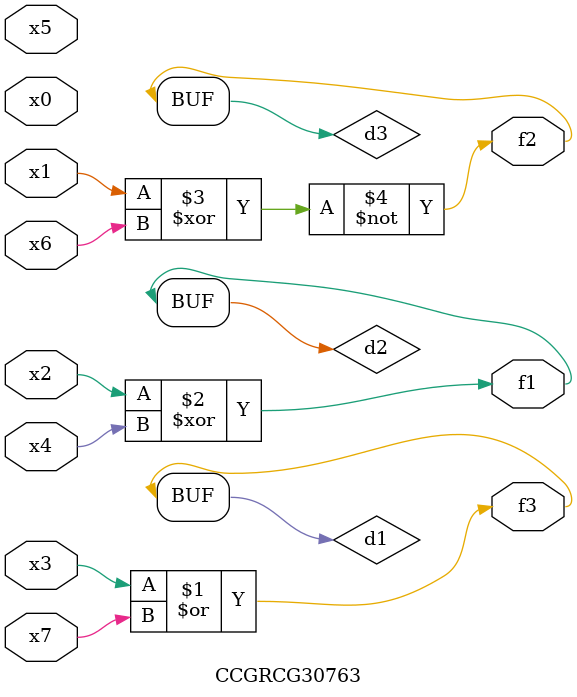
<source format=v>
module CCGRCG30763(
	input x0, x1, x2, x3, x4, x5, x6, x7,
	output f1, f2, f3
);

	wire d1, d2, d3;

	or (d1, x3, x7);
	xor (d2, x2, x4);
	xnor (d3, x1, x6);
	assign f1 = d2;
	assign f2 = d3;
	assign f3 = d1;
endmodule

</source>
